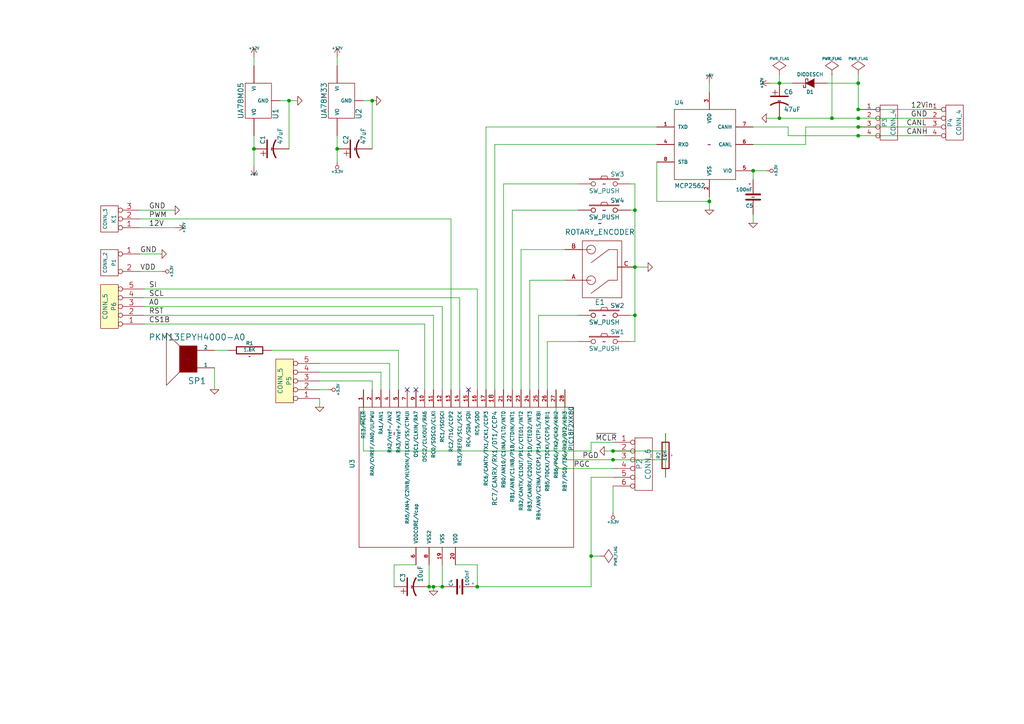
<source format=kicad_sch>
(kicad_sch (version 20211123) (generator eeschema)
  (paper "A4")
  (title_block (title "noname.sch") (date "6 mar 2014"))
  (lib_symbols
    (symbol "control-main-rescue:+12V" (power) (pin_names (offset 0))
      (property "Value" "+12V" (at 0 3.556 0))
      (symbol "+12V_0_1"
        (polyline (pts (xy -0.762 1.27) (xy 0 2.54)))
        (polyline (pts (xy 0 0) (xy 0 2.54)))
        (polyline (pts (xy 0 2.54) (xy 0.762 1.27)))
      )
      (symbol "+12V_1_1"
        (pin power_in line (at 0 0 90) (length 0) hide (name "+12V") (number "1"))
      )
    )
    (symbol "control-main-rescue:+3.3V-RESCUE-control-main" (power) (pin_names (offset 0))
      (property "Value" "+3.3V-RESCUE-control-main" (at 0 2.794 0))
      (symbol "+3.3V-RESCUE-control-main_0_0"
        (pin power_in line (at 0 0 90) (length 0) hide (name "+3.3V") (number "1"))
      )
      (symbol "+3.3V-RESCUE-control-main_0_1"
        (polyline (pts (xy 0 0) (xy 0 1.016) (xy 0 1.016)))
        (circle (center 0 1.524) (radius 0.508))
      )
    )
    (symbol "control-main-rescue:+5V" (power) (pin_names (offset 0))
      (property "Value" "+5V" (at 0 3.556 0))
      (symbol "+5V_0_1"
        (polyline (pts (xy -0.762 1.27) (xy 0 2.54)))
        (polyline (pts (xy 0 0) (xy 0 2.54)))
        (polyline (pts (xy 0 2.54) (xy 0.762 1.27)))
      )
      (symbol "+5V_1_1"
        (pin power_in line (at 0 0 90) (length 0) hide (name "+5V") (number "1"))
      )
    )
    (symbol "control-main-rescue:C-RESCUE-control-main" (pin_numbers hide) (pin_names (offset 0.254))
      (property "Reference" "C" (at 0 2.54 0))
      (property "Value" "C-RESCUE-control-main" (at 0.1524 -2.159 0))
      (symbol "C-RESCUE-control-main_0_1"
        (polyline (pts (xy -2.032 -0.762) (xy 2.032 -0.762)) (stroke (width 0.508)))
        (polyline (pts (xy -2.032 0.762) (xy 2.032 0.762)) (stroke (width 0.508)))
      )
      (symbol "C-RESCUE-control-main_1_1"
        (pin passive line (at 0 5.08 270) (length 4.318) (name "~") (number "1"))
        (pin passive line (at 0 -5.08 90) (length 4.318) (name "~") (number "2"))
      )
    )
    (symbol "control-main-rescue:CONN_2" (pin_names (offset 1.016) hide)
      (property "Reference" "P" (at -1.27 0 90))
      (property "Value" "CONN_2" (at 1.27 0 90))
      (symbol "CONN_2_0_1"
        (rectangle (start -2.54 3.81) (end 2.54 -3.81))
      )
      (symbol "CONN_2_1_1"
        (pin passive inverted (at -8.89 2.54 0) (length 6.35) (name "P1") (number "1"))
        (pin passive inverted (at -8.89 -2.54 0) (length 6.35) (name "PM") (number "2"))
      )
    )
    (symbol "control-main-rescue:CONN_3" (pin_names (offset 1.016) hide)
      (property "Reference" "K" (at -1.27 0 90))
      (property "Value" "CONN_3" (at 1.27 0 90))
      (symbol "CONN_3_0_1"
        (rectangle (start -2.54 3.81) (end 2.54 -3.81))
      )
      (symbol "CONN_3_1_1"
        (pin passive inverted (at -8.89 2.54 0) (length 6.35) (name "P1") (number "1"))
        (pin passive inverted (at -8.89 0 0) (length 6.35) (name "PM") (number "2"))
        (pin passive inverted (at -8.89 -2.54 0) (length 6.35) (name "P3") (number "3"))
      )
    )
    (symbol "control-main-rescue:CONN_4" (pin_names (offset 1.016) hide)
      (property "Reference" "P" (at -1.27 0 90))
      (property "Value" "CONN_4" (at 1.27 0 90))
      (symbol "CONN_4_0_1"
        (rectangle (start -2.54 5.08) (end 2.54 -5.08))
      )
      (symbol "CONN_4_1_1"
        (pin passive inverted (at -8.89 3.81 0) (length 6.35) (name "P1") (number "1"))
        (pin passive inverted (at -8.89 1.27 0) (length 6.35) (name "P2") (number "2"))
        (pin passive inverted (at -8.89 -1.27 0) (length 6.35) (name "P3") (number "3"))
        (pin passive inverted (at -8.89 -3.81 0) (length 6.35) (name "P4") (number "4"))
      )
    )
    (symbol "control-main-rescue:CONN_5" (pin_names (offset 1.016))
      (property "Reference" "P" (at -1.27 0 90))
      (property "Value" "CONN_5" (at 1.27 0 90))
      (symbol "CONN_5_0_1"
        (rectangle (start -2.54 6.35) (end 2.54 -6.35) (fill (type background)))
      )
      (symbol "CONN_5_1_1"
        (pin passive inverted (at -10.16 5.08 0) (length 7.62) (name "~") (number "1"))
        (pin passive inverted (at -10.16 2.54 0) (length 7.62) (name "~") (number "2"))
        (pin passive inverted (at -10.16 0 0) (length 7.62) (name "~") (number "3"))
        (pin passive inverted (at -10.16 -2.54 0) (length 7.62) (name "~") (number "4"))
        (pin passive inverted (at -10.16 -5.08 0) (length 7.62) (name "~") (number "5"))
      )
    )
    (symbol "control-main-rescue:CONN_6" (pin_names (offset 0.762) hide)
      (property "Reference" "P" (at -1.27 0 90))
      (property "Value" "CONN_6" (at 1.27 0 90))
      (symbol "CONN_6_0_1"
        (rectangle (start -2.54 7.62) (end 2.54 -7.62))
      )
      (symbol "CONN_6_1_1"
        (pin passive inverted (at -8.89 6.35 0) (length 6.35) (name "1") (number "1"))
        (pin passive inverted (at -8.89 3.81 0) (length 6.35) (name "2") (number "2"))
        (pin passive inverted (at -8.89 1.27 0) (length 6.35) (name "3") (number "3"))
        (pin passive inverted (at -8.89 -1.27 0) (length 6.35) (name "4") (number "4"))
        (pin passive inverted (at -8.89 -3.81 0) (length 6.35) (name "5") (number "5"))
        (pin passive inverted (at -8.89 -6.35 0) (length 6.35) (name "6") (number "6"))
      )
    )
    (symbol "control-main-rescue:CP1-RESCUE-control-main" (pin_numbers hide) (pin_names (offset 0.254) hide)
      (property "Reference" "C" (at 1.27 2.54 0))
      (property "Value" "CP1-RESCUE-control-main" (at 1.27 -2.54 0))
      (symbol "CP1-RESCUE-control-main_0_0"
        (text "+" (at -1.27 2.54 0) (effects (font (size 2.032 2.032))))
      )
      (symbol "CP1-RESCUE-control-main_0_1"
        (polyline (pts (xy -2.54 1.27) (xy 2.54 1.27) (xy 1.27 1.27) (xy 1.27 1.27)) (stroke (width 0.381)))
        (arc (start 2.54 -1.27) (mid 0 -0.5009) (end -2.54 -1.27) (stroke (width 0.381)))
      )
      (symbol "CP1-RESCUE-control-main_1_1"
        (pin passive line (at 0 5.08 270) (length 3.81) (name "~") (number "1"))
        (pin passive line (at 0 -5.08 90) (length 4.572) (name "~") (number "2"))
      )
    )
    (symbol "control-main-rescue:DIODESCH" (pin_numbers hide) (pin_names (offset 1.016) hide)
      (property "Reference" "D" (at 0 2.54 0))
      (property "Value" "DIODESCH" (at 0 -2.54 0))
      (symbol "DIODESCH_0_1"
        (polyline (pts (xy -1.27 1.27) (xy 1.27 0) (xy -1.27 -1.27)) (fill (type outline)))
        (polyline (pts (xy 1.905 0.635) (xy 1.905 1.27) (xy 1.27 1.27) (xy 1.27 -1.27) (xy 0.635 -1.27) (xy 0.635 -0.635)) (stroke (width 0.2032)))
      )
      (symbol "DIODESCH_1_1"
        (pin passive line (at -5.08 0 0) (length 3.81) (name "A") (number "1"))
        (pin passive line (at 5.08 0 180) (length 3.81) (name "K") (number "2"))
      )
    )
    (symbol "control-main-rescue:GND-RESCUE-control-main" (power) (pin_names (offset 0))
      (symbol "GND-RESCUE-control-main_0_1"
        (polyline (pts (xy -1.27 0) (xy 0 -1.27) (xy 1.27 0) (xy -1.27 0)))
      )
      (symbol "GND-RESCUE-control-main_1_1"
        (pin power_in line (at 0 0 90) (length 0) hide (name "GND") (number "1"))
      )
    )
    (symbol "control-main-rescue:PWR_FLAG" (power) (pin_numbers hide) (pin_names (offset 0) hide)
      (property "Value" "PWR_FLAG" (at 0 4.572 0))
      (symbol "PWR_FLAG_0_0"
        (pin power_out line (at 0 0 90) (length 0) (name "pwr") (number "1"))
      )
      (symbol "PWR_FLAG_0_1"
        (polyline (pts (xy 0 0) (xy 0 1.27) (xy -1.905 2.54) (xy 0 3.81) (xy 1.905 2.54) (xy 0 1.27)))
      )
    )
    (symbol "control-main-rescue:R-RESCUE-control-main" (pin_numbers hide) (pin_names (offset 0))
      (property "Reference" "R" (at 2.032 0 90))
      (property "Value" "R-RESCUE-control-main" (at 0.1778 0.0254 90))
      (symbol "R-RESCUE-control-main_0_1"
        (rectangle (start -1.016 3.81) (end 1.016 -3.81) (stroke (width 0.3048)))
      )
      (symbol "R-RESCUE-control-main_1_1"
        (pin passive line (at 0 6.35 270) (length 2.54) (name "~") (number "1"))
        (pin passive line (at 0 -6.35 90) (length 2.54) (name "~") (number "2"))
      )
    )
    (symbol "control-main-rescue:ROTARY_ENCODER-RESCUE-control-main" (pin_names (offset 1.016) hide)
      (property "Reference" "E" (at 0 22.86 0))
      (property "Value" "ROTARY_ENCODER-RESCUE-control-main" (at 0 2.54 0))
      (symbol "ROTARY_ENCODER-RESCUE-control-main_0_1"
        (polyline (pts (xy 2.54 11.43) (xy -2.54 7.62)))
        (polyline (pts (xy 2.54 20.32) (xy -2.54 16.51)))
        (polyline (pts (xy 5.08 7.62) (xy 2.54 7.62)))
        (polyline (pts (xy 5.08 16.51) (xy 2.54 16.51)))
        (polyline (pts (xy -2.54 16.51) (xy -5.08 16.51) (xy -5.08 7.62) (xy -2.54 7.62)))
        (polyline (pts (xy 5.08 21.59) (xy -6.35 21.59) (xy -6.35 5.08) (xy 5.08 5.08) (xy 5.08 21.59)))
        (circle (center 2.54 7.62) (radius 1.27))
        (circle (center 2.54 16.51) (radius 1.27))
      )
      (symbol "ROTARY_ENCODER-RESCUE-control-main_1_1"
        (pin passive line (at 10.16 16.51 180) (length 5.08) (name "A") (number "A"))
        (pin passive line (at 10.16 7.62 180) (length 5.08) (name "B") (number "B"))
        (pin passive line (at -10.16 12.7 0) (length 5.08) (name "C") (number "C"))
      )
    )
    (symbol "control-main-rescue:SPEAKER" (pin_numbers hide) (pin_names (offset 0))
      (property "Reference" "SP" (at -2.54 6.35 0))
      (property "Value" "SPEAKER" (at -2.54 -6.35 0))
      (symbol "SPEAKER_0_0"
        (polyline (pts (xy 2.54 3.81) (xy 6.35 7.62) (xy 6.35 -7.62) (xy 2.54 -3.81)))
        (polyline (pts (xy -2.54 3.81) (xy 2.54 3.81) (xy 2.54 -3.81) (xy -2.54 -3.81) (xy -2.54 3.81)) (fill (type outline)))
      )
      (symbol "SPEAKER_1_1"
        (pin input line (at -7.62 2.54 0) (length 5.08) (name "1") (number "1"))
        (pin input line (at -7.62 -2.54 0) (length 5.08) (name "2") (number "2"))
      )
    )
    (symbol "control-main-rescue:SW_PUSH" (pin_numbers hide) (pin_names (offset 1.016) hide)
      (property "Reference" "SW" (at 3.81 2.794 0))
      (property "Value" "SW_PUSH" (at 0 -2.032 0))
      (symbol "SW_PUSH_0_1"
        (rectangle (start -4.318 1.27) (end 4.318 1.524))
        (polyline (pts (xy -1.016 1.524) (xy -0.762 2.286) (xy 0.762 2.286) (xy 1.016 1.524)))
        (pin passive inverted (at -7.62 0 0) (length 5.08) (name "1") (number "1"))
        (pin passive inverted (at 7.62 0 180) (length 5.08) (name "2") (number "2"))
      )
    )
    (symbol "control-main-rescue:uA78M05" (pin_numbers hide) (pin_names (offset 0.762))
      (property "Reference" "U" (at 3.81 -4.9784 0))
      (property "Value" "uA78M05" (at 0 5.08 0))
      (symbol "uA78M05_0_1"
        (rectangle (start -5.08 -3.81) (end 5.08 3.81))
      )
      (symbol "uA78M05_1_1"
        (pin power_in line (at -10.16 1.27 0) (length 5.08) (name "VI") (number "1"))
        (pin power_in line (at 0 -6.35 90) (length 2.54) (name "GND") (number "2"))
        (pin power_out line (at 10.16 1.27 180) (length 5.08) (name "VO") (number "3"))
      )
    )
    (symbol "control-main-rescue:uA78M33" (pin_numbers hide) (pin_names (offset 0.762))
      (property "Reference" "U" (at 3.81 -4.9784 0))
      (property "Value" "uA78M33" (at 0 5.08 0))
      (symbol "uA78M33_0_1"
        (rectangle (start -5.08 -3.81) (end 5.08 3.81))
      )
      (symbol "uA78M33_1_1"
        (pin power_in line (at -10.16 1.27 0) (length 5.08) (name "VI") (number "1"))
        (pin power_in line (at 0 -6.35 90) (length 2.54) (name "GND") (number "2"))
        (pin power_out line (at 10.16 1.27 180) (length 5.08) (name "VO") (number "3"))
      )
    )
    (symbol "microchip-local:MCP2562" (pin_names (offset 1.016))
      (property "Reference" "U" (at -10.16 11.43 0))
      (property "Value" "MCP2562" (at -10.16 -12.7 0))
      (symbol "MCP2562_1_0"
        (polyline (pts (xy -10.16 -10.16) (xy 7.62 -10.16)))
        (polyline (pts (xy -10.16 10.16) (xy -10.16 -10.16)))
        (polyline (pts (xy 7.62 -10.16) (xy 7.62 10.16)))
        (polyline (pts (xy 7.62 10.16) (xy -10.16 10.16)))
      )
      (symbol "MCP2562_1_1"
        (pin input line (at -15.24 5.08 0) (length 5.08) (name "TXD") (number "1"))
        (pin power_in line (at 0 -15.24 90) (length 5.08) (name "VSS") (number "2"))
        (pin power_in line (at 0 15.24 270) (length 5.08) (name "VDD") (number "3"))
        (pin output line (at -15.24 0 0) (length 5.08) (name "RXD") (number "4"))
        (pin power_in line (at 12.7 -7.62 180) (length 5.08) (name "VIO") (number "5"))
        (pin bidirectional line (at 12.7 0 180) (length 5.08) (name "CANL") (number "6"))
        (pin bidirectional line (at 12.7 5.08 180) (length 5.08) (name "CANH") (number "7"))
        (pin input line (at -15.24 -5.08 0) (length 5.08) (name "STB") (number "8"))
      )
    )
    (symbol "microchip-local:PIC18F2xK80" (pin_names (offset 1.016))
      (property "Reference" "U" (at 2.54 33.02 0))
      (property "Value" "PIC18F2xK80" (at 7.62 -33.02 0))
      (symbol "PIC18F2xK80_1_0"
        (polyline (pts (xy -20.32 -30.48) (xy 20.32 -30.48)))
        (polyline (pts (xy -20.32 31.75) (xy -20.32 -30.48)))
        (polyline (pts (xy 20.32 -30.48) (xy 20.32 31.75)))
        (polyline (pts (xy 20.32 31.75) (xy -20.32 31.75)))
      )
      (symbol "PIC18F2xK80_1_1"
        (pin input line (at 25.4 30.48 180) (length 5.08) (name "RE3/~{MCLR}") (number "1"))
        (pin bidirectional line (at 25.4 12.7 180) (length 5.08) (name "OSC2/CLKOUT/RA6") (number "10"))
        (pin bidirectional line (at 25.4 10.16 180) (length 5.08) (name "RC0/SOSCO/CLKI") (number "11"))
        (pin bidirectional line (at 25.4 7.62 180) (length 5.08) (name "RC1/ISOSCI") (number "12"))
        (pin bidirectional line (at 25.4 5.08 180) (length 5.08) (name "RC2/T1G/CCP2") (number "13"))
        (pin bidirectional line (at 25.4 2.54 180) (length 5.08) (name "RC3/REFO/SCL/SCK") (number "14"))
        (pin bidirectional line (at 25.4 0 180) (length 5.08) (name "RC4/SDA/SDI") (number "15"))
        (pin bidirectional line (at 25.4 -2.54 180) (length 5.08) (name "RC5/SDO") (number "16"))
        (pin bidirectional line (at 25.4 -5.08 180) (length 5.08) (name "RC6/CANTX/TX1/CK1/CCP3") (number "17"))
        (pin input line (at 25.4 -7.62 180) (length 5.08) (name "RC7/CANRX/RX1/DT1/CCP4") (number "18"))
        (pin power_in line (at -25.4 7.62 0) (length 5.08) (name "VSS") (number "19"))
        (pin bidirectional line (at 25.4 27.94 180) (length 5.08) (name "RA0/CVREF/AN0/ULPWU") (number "2"))
        (pin power_in line (at -25.4 3.81 0) (length 5.08) (name "VDD") (number "20"))
        (pin bidirectional line (at 25.4 -10.16 180) (length 5.08) (name "RB0/AN10/C1INA/FLT0/INT0") (number "21"))
        (pin bidirectional line (at 25.4 -12.7 180) (length 5.08) (name "RB1/AN8/C1INB/P1B/CTDIN/INT1") (number "22"))
        (pin bidirectional line (at 25.4 -15.24 180) (length 5.08) (name "RB2/CANTX/C1OUT/P1C/CTED1/INT2") (number "23"))
        (pin bidirectional line (at 25.4 -17.78 180) (length 5.08) (name "RB3/CANRX/C2OUT/P1D/CTED2/INT3") (number "24"))
        (pin bidirectional line (at 25.4 -20.32 180) (length 5.08) (name "RB4/AN9/C2INA/ECCP1/P1A/CTPLS/KBI") (number "25"))
        (pin bidirectional line (at 25.4 -22.86 180) (length 5.08) (name "RB5/T0CKI/T3CKI/CCP5/KBI1") (number "26"))
        (pin bidirectional line (at 25.4 -25.4 180) (length 5.08) (name "RB6/PGC/TX2/CK2/KBI2") (number "27"))
        (pin bidirectional line (at 25.4 -27.94 180) (length 5.08) (name "RB7/PGD/T3G/RX2/DT2/KBI3") (number "28"))
        (pin bidirectional line (at 25.4 25.4 180) (length 5.08) (name "RA1/AN1") (number "3"))
        (pin bidirectional line (at 25.4 22.86 180) (length 5.08) (name "RA2/Vref-/AN2") (number "4"))
        (pin bidirectional line (at 25.4 20.32 180) (length 5.08) (name "RA3/Vref+/AN3") (number "5"))
        (pin bidirectional line (at -25.4 15.24 0) (length 5.08) (name "VDDCORE/Vcap") (number "6"))
        (pin bidirectional line (at 25.4 17.78 180) (length 5.08) (name "RA5/AN4/C2INB/HLVDIN/T1CKI/SS/CTMUI") (number "7"))
        (pin power_in line (at -25.4 11.43 0) (length 5.08) (name "VSS2") (number "8"))
        (pin bidirectional line (at 25.4 15.24 180) (length 5.08) (name "OSC1/CLKIN/RA7") (number "9"))
      )
    )
  )
  (junction (at 218.44 49.53))
  (junction (at 171.45 161.29))
  (junction (at 128.27 170.18))
  (junction (at 107.95 29.21))
  (junction (at 205.74 58.42))
  (junction (at 248.92 36.83))
  (junction (at 248.92 31.75))
  (junction (at 97.79 43.18))
  (junction (at 184.15 77.47))
  (junction (at 226.06 34.29))
  (junction (at 184.15 91.44))
  (junction (at 226.06 24.13))
  (junction (at 83.82 29.21))
  (junction (at 184.15 60.96))
  (junction (at 177.8 130.81))
  (junction (at 248.92 34.29))
  (junction (at 124.46 170.18))
  (junction (at 248.92 39.37))
  (junction (at 177.8 133.35))
  (junction (at 241.3 34.29))
  (junction (at 248.92 24.13))
  (junction (at 125.73 170.18))
  (junction (at 73.66 43.18))
  (junction (at 138.43 170.18))
  (no_connect (at 118.11 113.03))
  (no_connect (at 135.89 113.03))
  (no_connect (at 120.65 113.03))
  (wire (pts (xy 218.44 36.83) (xy 228.6 36.83)))
  (wire (pts (xy 158.75 99.06) (xy 158.75 113.03)))
  (wire (pts (xy 190.5 46.99) (xy 190.5 58.42)))
  (wire (pts (xy 184.15 77.47) (xy 184.15 91.44)))
  (wire (pts (xy 148.59 60.96) (xy 167.64 60.96)))
  (wire (pts (xy 205.74 24.13) (xy 205.74 26.67)))
  (wire (pts (xy 146.05 113.03) (xy 146.05 53.34)))
  (wire (pts (xy 248.92 24.13) (xy 248.92 31.75)))
  (wire (pts (xy 233.68 36.83) (xy 248.92 36.83)))
  (wire (pts (xy 171.45 130.81) (xy 171.45 128.27)))
  (wire (pts (xy 171.45 128.27) (xy 177.8 128.27)))
  (wire (pts (xy 233.68 36.83) (xy 233.68 41.91)))
  (wire (pts (xy 182.88 53.34) (xy 184.15 53.34)))
  (wire (pts (xy 40.64 73.66) (xy 46.99 73.66)))
  (wire (pts (xy 248.92 34.29) (xy 267.97 34.29)))
  (wire (pts (xy 248.92 21.59) (xy 248.92 24.13)))
  (wire (pts (xy 132.08 163.83) (xy 138.43 163.83)))
  (wire (pts (xy 193.04 133.35) (xy 193.04 138.43)))
  (wire (pts (xy 128.27 170.18) (xy 128.27 163.83)))
  (wire (pts (xy 177.8 130.81) (xy 193.04 130.81)))
  (wire (pts (xy 115.57 101.6) (xy 115.57 113.03)))
  (wire (pts (xy 40.64 60.96) (xy 50.8 60.96)))
  (wire (pts (xy 218.44 49.53) (xy 218.44 52.07)))
  (wire (pts (xy 146.05 53.34) (xy 167.64 53.34)))
  (wire (pts (xy 241.3 21.59) (xy 241.3 34.29)))
  (wire (pts (xy 171.45 138.43) (xy 171.45 161.29)))
  (wire (pts (xy 81.28 29.21) (xy 83.82 29.21)))
  (wire (pts (xy 138.43 83.82) (xy 138.43 113.03)))
  (wire (pts (xy 41.91 83.82) (xy 138.43 83.82)))
  (wire (pts (xy 83.82 43.18) (xy 83.82 29.21)))
  (wire (pts (xy 205.74 57.15) (xy 205.74 58.42)))
  (wire (pts (xy 107.95 43.18) (xy 107.95 29.21)))
  (wire (pts (xy 184.15 53.34) (xy 184.15 60.96)))
  (wire (pts (xy 140.97 36.83) (xy 140.97 113.03)))
  (wire (pts (xy 167.64 91.44) (xy 156.21 91.44)))
  (wire (pts (xy 41.91 88.9) (xy 128.27 88.9)))
  (wire (pts (xy 228.6 39.37) (xy 248.92 39.37)))
  (wire (pts (xy 171.45 130.81) (xy 105.41 130.81)))
  (wire (pts (xy 107.95 29.21) (xy 109.22 29.21)))
  (wire (pts (xy 125.73 170.18) (xy 128.27 170.18)))
  (wire (pts (xy 248.92 24.13) (xy 240.03 24.13)))
  (wire (pts (xy 171.45 161.29) (xy 171.45 170.18)))
  (wire (pts (xy 97.79 39.37) (xy 97.79 43.18)))
  (wire (pts (xy 128.27 88.9) (xy 128.27 113.03)))
  (wire (pts (xy 125.73 91.44) (xy 125.73 113.03)))
  (wire (pts (xy 193.04 130.81) (xy 193.04 125.73)))
  (wire (pts (xy 175.26 130.81) (xy 177.8 130.81)))
  (wire (pts (xy 83.82 29.21) (xy 86.36 29.21)))
  (wire (pts (xy 124.46 170.18) (xy 125.73 170.18)))
  (wire (pts (xy 73.66 39.37) (xy 73.66 43.18)))
  (wire (pts (xy 92.71 115.57) (xy 92.71 118.11)))
  (wire (pts (xy 107.95 110.49) (xy 107.95 113.03)))
  (wire (pts (xy 173.99 161.29) (xy 171.45 161.29)))
  (wire (pts (xy 97.79 19.05) (xy 97.79 16.51)))
  (wire (pts (xy 161.29 113.03) (xy 161.29 135.89)))
  (wire (pts (xy 41.91 91.44) (xy 125.73 91.44)))
  (wire (pts (xy 184.15 99.06) (xy 182.88 99.06)))
  (wire (pts (xy 248.92 39.37) (xy 267.97 39.37)))
  (wire (pts (xy 148.59 113.03) (xy 148.59 60.96)))
  (wire (pts (xy 171.45 138.43) (xy 177.8 138.43)))
  (wire (pts (xy 124.46 170.18) (xy 124.46 163.83)))
  (wire (pts (xy 40.64 63.5) (xy 130.81 63.5)))
  (wire (pts (xy 153.67 81.28) (xy 153.67 113.03)))
  (wire (pts (xy 228.6 36.83) (xy 228.6 39.37)))
  (wire (pts (xy 62.23 101.6) (xy 66.04 101.6)))
  (wire (pts (xy 151.13 72.39) (xy 151.13 113.03)))
  (wire (pts (xy 177.8 133.35) (xy 193.04 133.35)))
  (wire (pts (xy 40.64 66.04) (xy 50.8 66.04)))
  (wire (pts (xy 138.43 170.18) (xy 138.43 163.83)))
  (wire (pts (xy 113.03 105.41) (xy 113.03 113.03)))
  (wire (pts (xy 171.45 170.18) (xy 138.43 170.18)))
  (wire (pts (xy 123.19 93.98) (xy 123.19 113.03)))
  (wire (pts (xy 133.35 86.36) (xy 133.35 113.03)))
  (wire (pts (xy 184.15 77.47) (xy 187.96 77.47)))
  (wire (pts (xy 143.51 41.91) (xy 190.5 41.91)))
  (wire (pts (xy 184.15 60.96) (xy 182.88 60.96)))
  (wire (pts (xy 182.88 91.44) (xy 184.15 91.44)))
  (wire (pts (xy 248.92 31.75) (xy 267.97 31.75)))
  (wire (pts (xy 73.66 16.51) (xy 73.66 19.05)))
  (wire (pts (xy 241.3 34.29) (xy 248.92 34.29)))
  (wire (pts (xy 125.73 170.18) (xy 125.73 171.45)))
  (wire (pts (xy 223.52 24.13) (xy 226.06 24.13)))
  (wire (pts (xy 92.71 107.95) (xy 110.49 107.95)))
  (wire (pts (xy 163.83 133.35) (xy 177.8 133.35)))
  (wire (pts (xy 205.74 58.42) (xy 205.74 60.96)))
  (wire (pts (xy 95.25 113.03) (xy 92.71 113.03)))
  (wire (pts (xy 41.91 86.36) (xy 133.35 86.36)))
  (wire (pts (xy 226.06 24.13) (xy 229.87 24.13)))
  (wire (pts (xy 163.83 72.39) (xy 151.13 72.39)))
  (wire (pts (xy 190.5 58.42) (xy 205.74 58.42)))
  (wire (pts (xy 92.71 105.41) (xy 113.03 105.41)))
  (wire (pts (xy 167.64 99.06) (xy 158.75 99.06)))
  (wire (pts (xy 130.81 63.5) (xy 130.81 113.03)))
  (wire (pts (xy 177.8 140.97) (xy 177.8 148.59)))
  (wire (pts (xy 41.91 93.98) (xy 123.19 93.98)))
  (wire (pts (xy 163.83 113.03) (xy 163.83 133.35)))
  (wire (pts (xy 184.15 91.44) (xy 184.15 99.06)))
  (wire (pts (xy 161.29 135.89) (xy 177.8 135.89)))
  (wire (pts (xy 97.79 43.18) (xy 97.79 46.99)))
  (wire (pts (xy 218.44 62.23) (xy 218.44 64.77)))
  (wire (pts (xy 233.68 41.91) (xy 218.44 41.91)))
  (wire (pts (xy 110.49 107.95) (xy 110.49 113.03)))
  (wire (pts (xy 226.06 34.29) (xy 241.3 34.29)))
  (wire (pts (xy 105.41 130.81) (xy 105.41 113.03)))
  (wire (pts (xy 184.15 60.96) (xy 184.15 77.47)))
  (wire (pts (xy 222.25 34.29) (xy 226.06 34.29)))
  (wire (pts (xy 163.83 81.28) (xy 153.67 81.28)))
  (wire (pts (xy 73.66 43.18) (xy 73.66 48.26)))
  (wire (pts (xy 114.3 163.83) (xy 114.3 170.18)))
  (wire (pts (xy 226.06 24.13) (xy 226.06 21.59)))
  (wire (pts (xy 218.44 49.53) (xy 222.25 49.53)))
  (wire (pts (xy 114.3 163.83) (xy 120.65 163.83)))
  (wire (pts (xy 62.23 106.68) (xy 62.23 113.03)))
  (wire (pts (xy 156.21 91.44) (xy 156.21 113.03)))
  (wire (pts (xy 78.74 101.6) (xy 115.57 101.6)))
  (wire (pts (xy 92.71 110.49) (xy 107.95 110.49)))
  (wire (pts (xy 140.97 36.83) (xy 190.5 36.83)))
  (wire (pts (xy 105.41 29.21) (xy 107.95 29.21)))
  (wire (pts (xy 248.92 36.83) (xy 267.97 36.83)))
  (wire (pts (xy 143.51 41.91) (xy 143.51 113.03)))
  (wire (pts (xy 40.64 78.74) (xy 46.99 78.74)))
  (label "CANH" (at 262.89 39.37 0) (effects (font (size 1.524 1.524))))
  (label "A0" (at 43.18 88.9 0) (effects (font (size 1.524 1.524))))
  (label "PGD" (at 168.91 133.35 0) (effects (font (size 1.524 1.524))))
  (label "CANL" (at 262.89 36.83 0) (effects (font (size 1.524 1.524))))
  (label "CS1B" (at 43.18 93.98 0) (effects (font (size 1.524 1.524))))
  (label "PWM" (at 43.18 63.5 0) (effects (font (size 1.524 1.524))))
  (label "SCL" (at 43.18 86.36 0) (effects (font (size 1.524 1.524))))
  (label "RST" (at 43.18 91.44 0) (effects (font (size 1.524 1.524))))
  (label "VDD" (at 40.64 78.74 0) (effects (font (size 1.524 1.524))))
  (label "~{MCLR}" (at 172.72 128.27 0) (effects (font (size 1.524 1.524))))
  (label "GND" (at 40.64 73.66 0) (effects (font (size 1.524 1.524))))
  (label "12Vin" (at 264.16 31.75 0) (effects (font (size 1.524 1.524))))
  (label "GND" (at 43.18 60.96 0) (effects (font (size 1.524 1.524))))
  (label "SI" (at 43.18 83.82 0) (effects (font (size 1.524 1.524))))
  (label "PGC" (at 166.37 135.89 0) (effects (font (size 1.524 1.524))))
  (label "12V" (at 43.18 66.04 0) (effects (font (size 1.524 1.524))))
  (label "GND" (at 264.16 34.29 0) (effects (font (size 1.524 1.524))))
  (symbol (lib_id "control-main-rescue:CONN_3") (at 31.75 63.5 180) (unit 1)
    (property "Reference" "K1" (at 33.02 63.5 90))
    (property "Value" "CONN_3" (at 30.48 63.5 90) (effects (font (size 1.016 1.016))))
  )
  (symbol (lib_id "control-main-rescue:GND-RESCUE-control-main") (at 125.73 171.45 0) (unit 1)
    (property "Reference" "#PWR017" (effects hide))
    (property "Value" "GND" (effects hide))
  )
  (symbol (lib_id "control-main-rescue:GND-RESCUE-control-main") (at 86.36 29.21 90) (unit 1)
    (property "Reference" "#PWR08" (effects hide))
    (property "Value" "GND" (effects hide))
  )
  (symbol (lib_id "control-main-rescue:CONN_6") (at 186.69 134.62 0) (unit 1)
    (property "Reference" "P2" (at 185.42 134.62 90) (effects (font (size 1.524 1.524))))
    (property "Value" "CONN_6" (at 187.96 134.62 90) (effects (font (size 1.524 1.524))))
  )
  (symbol (lib_id "control-main-rescue:GND-RESCUE-control-main") (at 187.96 77.47 90) (unit 1)
    (property "Reference" "#PWR023" (effects hide))
    (property "Value" "GND" (effects hide))
  )
  (symbol (lib_id "control-main-rescue:+3.3V-RESCUE-control-main") (at 222.25 49.53 270) (unit 1)
    (property "Reference" "#PWR015" (effects hide))
    (property "Value" "+3.3V" (at 225.044 49.53 0) (effects (font (size 0.762 0.762))))
  )
  (symbol (lib_id "control-main-rescue:GND-RESCUE-control-main") (at 205.74 60.96 0) (unit 1)
    (property "Reference" "#PWR018" (effects hide))
    (property "Value" "GND" (effects hide))
  )
  (symbol (lib_id "control-main-rescue:CONN_4") (at 276.86 35.56 0) (unit 1)
    (property "Reference" "P4" (at 275.59 35.56 90))
    (property "Value" "CONN_4" (at 278.13 35.56 90))
  )
  (symbol (lib_id "control-main-rescue:CONN_5") (at 82.55 110.49 180) (unit 1)
    (property "Reference" "P5" (at 83.82 110.49 90))
    (property "Value" "CONN_5" (at 81.28 110.49 90))
  )
  (symbol (lib_id "control-main-rescue:+5V") (at 73.66 48.26 180) (unit 1)
    (property "Reference" "#PWR013" (effects hide))
    (property "Value" "+5V" (at 73.66 50.546 0) (effects (font (size 0.762 0.762))))
  )
  (symbol (lib_id "control-main-rescue:+3.3V-RESCUE-control-main") (at 46.99 78.74 270) (unit 1)
    (property "Reference" "#PWR016" (effects hide))
    (property "Value" "+3.3V" (at 49.784 78.74 0) (effects (font (size 0.762 0.762))))
  )
  (symbol (lib_id "control-main-rescue:CP1-RESCUE-control-main") (at 102.87 43.18 90) (unit 1)
    (property "Reference" "C2" (at 100.33 41.91 0) (effects (justify left)))
    (property "Value" "47uF" (at 105.41 41.91 0) (effects (justify left)))
    (property "Footprint" "~" (at 102.87 43.18 0) (effects (font (size 1.524 1.524))))
    (property "Datasheet" "~" (at 102.87 43.18 0) (effects (font (size 1.524 1.524))))
  )
  (symbol (lib_id "control-main-rescue:CONN_5") (at 31.75 88.9 180) (unit 1)
    (property "Reference" "P6" (at 33.02 88.9 90))
    (property "Value" "CONN_5" (at 30.48 88.9 90))
  )
  (symbol (lib_id "control-main-rescue:+12V") (at 223.52 24.13 90) (unit 1)
    (property "Reference" "#PWR07" (effects hide))
    (property "Value" "+12V" (at 220.98 24.13 0) (effects (font (size 0.762 0.762))))
  )
  (symbol (lib_id "control-main-rescue:CP1-RESCUE-control-main") (at 78.74 43.18 90) (unit 1)
    (property "Reference" "C1" (at 76.2 41.91 0) (effects (justify left)))
    (property "Value" "47uF" (at 81.28 41.91 0) (effects (justify left)))
    (property "Footprint" "~" (at 78.74 43.18 0) (effects (font (size 1.524 1.524))))
    (property "Datasheet" "~" (at 78.74 43.18 0) (effects (font (size 1.524 1.524))))
  )
  (symbol (lib_id "control-main-rescue:GND-RESCUE-control-main") (at 175.26 130.81 270) (unit 1)
    (property "Reference" "#PWR021" (effects hide))
    (property "Value" "GND" (effects hide))
  )
  (symbol (lib_id "control-main-rescue:GND-RESCUE-control-main") (at 218.44 64.77 0) (unit 1)
    (property "Reference" "#PWR020" (effects hide))
    (property "Value" "GND" (effects hide))
  )
  (symbol (lib_id "control-main-rescue:GND-RESCUE-control-main") (at 62.23 113.03 0) (unit 1)
    (property "Reference" "#PWR024" (effects hide))
    (property "Value" "GND" (effects hide))
  )
  (symbol (lib_id "control-main-rescue:GND-RESCUE-control-main") (at 92.71 118.11 0) (unit 1)
    (property "Reference" "#PWR025" (effects hide))
    (property "Value" "GND" (effects hide))
  )
  (symbol (lib_id "control-main-rescue:+12V") (at 97.79 16.51 0) (unit 1)
    (property "Reference" "#PWR011" (effects hide))
    (property "Value" "+12V" (at 97.79 13.97 0) (effects (font (size 0.762 0.762))))
  )
  (symbol (lib_id "control-main-rescue:PWR_FLAG") (at 173.99 161.29 270) (unit 1)
    (property "Reference" "#PWR_PIC022" (effects hide))
    (property "Value" "PWR_FLAG" (at 178.562 161.29 0) (effects (font (size 0.762 0.762))))
  )
  (symbol (lib_id "control-main-rescue:PWR_FLAG") (at 241.3 21.59 0) (unit 1)
    (property "Reference" "#GND01" (effects hide))
    (property "Value" "PWR_FLAG" (at 241.3 17.018 0) (effects (font (size 0.762 0.762))))
  )
  (symbol (lib_id "control-main-rescue:GND-RESCUE-control-main") (at 222.25 34.29 270) (unit 1)
    (property "Reference" "#PWR03" (effects hide))
    (property "Value" "GND" (effects hide))
  )
  (symbol (lib_id "control-main-rescue:GND-RESCUE-control-main") (at 46.99 73.66 90) (unit 1)
    (property "Reference" "#PWR05" (effects hide))
    (property "Value" "GND" (effects hide))
  )
  (symbol (lib_id "control-main-rescue:+5V") (at 205.74 24.13 0) (unit 1)
    (property "Reference" "#PWR019" (effects hide))
    (property "Value" "+5V" (at 205.74 21.844 0) (effects (font (size 0.762 0.762))))
  )
  (symbol (lib_id "control-main-rescue:+12V") (at 73.66 16.51 0) (unit 1)
    (property "Reference" "#PWR010" (effects hide))
    (property "Value" "+12V" (at 73.66 13.97 0) (effects (font (size 0.762 0.762))))
  )
  (symbol (lib_id "control-main-rescue:uA78M05") (at 74.93 29.21 90) (mirror x) (unit 1)
    (property "Reference" "U1" (at 79.9084 33.02 0) (effects (font (size 1.524 1.524))))
    (property "Value" "UA78M05" (at 69.85 29.21 0) (effects (font (size 1.524 1.524))))
  )
  (symbol (lib_id "control-main-rescue:SW_PUSH") (at 175.26 53.34 0) (unit 1)
    (property "Reference" "SW3" (at 179.07 50.546 0))
    (property "Value" "SW_PUSH" (at 175.26 55.372 0))
    (property "Footprint" "~" (at 175.26 53.34 0) (effects (font (size 1.524 1.524))))
    (property "Datasheet" "~" (at 175.26 53.34 0) (effects (font (size 1.524 1.524))))
  )
  (symbol (lib_id "control-main-rescue:+3.3V-RESCUE-control-main") (at 97.79 46.99 180) (unit 1)
    (property "Reference" "#PWR012" (effects hide))
    (property "Value" "+3.3V" (at 97.79 49.784 0) (effects (font (size 0.762 0.762))))
  )
  (symbol (lib_id "control-main-rescue:CONN_4") (at 257.81 35.56 0) (unit 1)
    (property "Reference" "P3" (at 256.54 35.56 90))
    (property "Value" "CONN_4" (at 259.08 35.56 90))
  )
  (symbol (lib_id "control-main-rescue:+3.3V-RESCUE-control-main") (at 95.25 113.03 270) (unit 1)
    (property "Reference" "#PWR026" (effects hide))
    (property "Value" "+3.3V" (at 98.044 113.03 0) (effects (font (size 0.762 0.762))))
  )
  (symbol (lib_id "control-main-rescue:ROTARY_ENCODER-RESCUE-control-main") (at 173.99 64.77 180) (unit 1)
    (property "Reference" "E1" (at 173.99 87.63 0) (effects (font (size 1.524 1.524))))
    (property "Value" "ROTARY_ENCODER" (at 173.99 67.31 0) (effects (font (size 1.524 1.524))))
    (property "Footprint" "~" (at 173.99 64.77 0) (effects (font (size 1.524 1.524))))
    (property "Datasheet" "~" (at 173.99 64.77 0) (effects (font (size 1.524 1.524))))
  )
  (symbol (lib_id "microchip-local:PIC18F2xK80") (at 135.89 138.43 90) (unit 1)
    (property "Reference" "U3" (at 102.87 135.89 0) (effects (justify left bottom)))
    (property "Value" "PIC18F2XK80" (at 166.37 130.81 0) (effects (justify left bottom)))
    (property "Datasheet" "~" (at 114.3 125.73 0) (effects (font (size 1.524 1.524))))
  )
  (symbol (lib_id "control-main-rescue:uA78M33") (at 99.06 29.21 90) (mirror x) (unit 1)
    (property "Reference" "U2" (at 104.0384 33.02 0) (effects (font (size 1.524 1.524))))
    (property "Value" "UA78M33" (at 93.98 29.21 0) (effects (font (size 1.524 1.524))))
  )
  (symbol (lib_id "control-main-rescue:+3.3V-RESCUE-control-main") (at 177.8 148.59 180) (unit 1)
    (property "Reference" "#PWR014" (effects hide))
    (property "Value" "+3.3V" (at 177.8 151.384 0) (effects (font (size 0.762 0.762))))
  )
  (symbol (lib_id "control-main-rescue:PWR_FLAG") (at 226.06 21.59 0) (unit 1)
    (property "Reference" "#U027" (effects hide))
    (property "Value" "PWR_FLAG" (at 226.06 17.018 0) (effects (font (size 0.762 0.762))))
  )
  (symbol (lib_id "control-main-rescue:R-RESCUE-control-main") (at 193.04 132.08 180) (unit 1)
    (property "Reference" "R2" (at 191.008 132.08 90) (effects (font (size 1.016 1.016))))
    (property "Value" "10K" (at 192.8622 132.1054 90) (effects (font (size 1.016 1.016))))
    (property "Footprint" "~" (at 194.818 132.08 90) (effects (font (size 0.762 0.762))))
    (property "Datasheet" "~" (at 193.04 132.08 0) (effects (font (size 0.762 0.762))))
  )
  (symbol (lib_id "control-main-rescue:CONN_2") (at 31.75 76.2 0) (mirror y) (unit 1)
    (property "Reference" "P1" (at 33.02 76.2 90) (effects (font (size 1.016 1.016))))
    (property "Value" "CONN_2" (at 30.48 76.2 90) (effects (font (size 1.016 1.016))))
  )
  (symbol (lib_id "control-main-rescue:DIODESCH") (at 234.95 24.13 180) (unit 1)
    (property "Reference" "D1" (at 234.95 26.67 0) (effects (font (size 1.016 1.016))))
    (property "Value" "DIODESCH" (at 234.95 21.59 0) (effects (font (size 1.016 1.016))))
    (property "Footprint" "~" (at 234.95 24.13 0) (effects (font (size 1.524 1.524))))
    (property "Datasheet" "~" (at 234.95 24.13 0) (effects (font (size 1.524 1.524))))
  )
  (symbol (lib_id "control-main-rescue:SW_PUSH") (at 175.26 99.06 0) (unit 1)
    (property "Reference" "SW1" (at 179.07 96.266 0))
    (property "Value" "SW_PUSH" (at 175.26 101.092 0))
    (property "Footprint" "~" (at 175.26 99.06 0) (effects (font (size 1.524 1.524))))
    (property "Datasheet" "~" (at 175.26 99.06 0) (effects (font (size 1.524 1.524))))
  )
  (symbol (lib_id "control-main-rescue:C-RESCUE-control-main") (at 218.44 57.15 180) (unit 1)
    (property "Reference" "C5" (at 218.44 59.69 0) (effects (font (size 1.016 1.016)) (justify left)))
    (property "Value" "100nF" (at 218.2876 54.991 0) (effects (font (size 1.016 1.016)) (justify left)))
    (property "Footprint" "~" (at 217.4748 53.34 0) (effects (font (size 0.762 0.762))))
    (property "Datasheet" "~" (at 218.44 57.15 0) (effects (font (size 1.524 1.524))))
  )
  (symbol (lib_id "control-main-rescue:GND-RESCUE-control-main") (at 50.8 60.96 90) (unit 1)
    (property "Reference" "#PWR04" (effects hide))
    (property "Value" "GND" (effects hide))
  )
  (symbol (lib_id "control-main-rescue:R-RESCUE-control-main") (at 72.39 101.6 90) (unit 1)
    (property "Reference" "R1" (at 72.39 99.568 90) (effects (font (size 1.016 1.016))))
    (property "Value" "1.5K" (at 72.3646 101.4222 90) (effects (font (size 1.016 1.016))))
    (property "Footprint" "~" (at 72.39 103.378 90) (effects (font (size 0.762 0.762))))
    (property "Datasheet" "~" (at 72.39 101.6 0) (effects (font (size 0.762 0.762))))
  )
  (symbol (lib_id "control-main-rescue:+12V") (at 50.8 66.04 270) (unit 1)
    (property "Reference" "#PWR06" (effects hide))
    (property "Value" "+12V" (at 53.34 66.04 0) (effects (font (size 0.762 0.762))))
  )
  (symbol (lib_id "control-main-rescue:CP1-RESCUE-control-main") (at 119.38 170.18 90) (unit 1)
    (property "Reference" "C3" (at 116.84 168.91 0) (effects (justify left)))
    (property "Value" "10uF" (at 121.92 168.91 0) (effects (justify left)))
    (property "Footprint" "~" (at 119.38 170.18 0) (effects (font (size 1.524 1.524))))
    (property "Datasheet" "~" (at 119.38 170.18 0) (effects (font (size 1.524 1.524))))
  )
  (symbol (lib_id "control-main-rescue:SW_PUSH") (at 175.26 91.44 0) (unit 1)
    (property "Reference" "SW2" (at 179.07 88.646 0))
    (property "Value" "SW_PUSH" (at 175.26 93.472 0))
    (property "Footprint" "~" (at 175.26 91.44 0) (effects (font (size 1.524 1.524))))
    (property "Datasheet" "~" (at 175.26 91.44 0) (effects (font (size 1.524 1.524))))
  )
  (symbol (lib_id "microchip-local:MCP2562") (at 205.74 41.91 0) (unit 1)
    (property "Reference" "U4" (at 195.58 30.48 0) (effects (justify left bottom)))
    (property "Value" "MCP2562" (at 195.58 54.61 0) (effects (justify left bottom)))
    (property "Footprint" "MCP2562" (effects hide))
    (property "Datasheet" "~" (at 205.74 41.91 0) (effects (font (size 1.524 1.524))))
  )
  (symbol (lib_id "control-main-rescue:GND-RESCUE-control-main") (at 109.22 29.21 90) (unit 1)
    (property "Reference" "#PWR09" (effects hide))
    (property "Value" "GND" (effects hide))
  )
  (symbol (lib_id "control-main-rescue:SPEAKER") (at 54.61 104.14 180) (unit 1)
    (property "Reference" "SP1" (at 57.15 110.49 0) (effects (font (size 1.778 1.778))))
    (property "Value" "PKM13EPYH4000-A0" (at 57.15 97.79 0) (effects (font (size 1.778 1.778))))
    (property "Footprint" "~" (at 54.61 104.14 0) (effects (font (size 1.524 1.524))))
    (property "Datasheet" "~" (at 54.61 104.14 0) (effects (font (size 1.524 1.524))))
  )
  (symbol (lib_id "control-main-rescue:CP1-RESCUE-control-main") (at 226.06 29.21 0) (unit 1)
    (property "Reference" "C6" (at 227.33 26.67 0) (effects (justify left)))
    (property "Value" "47uF" (at 227.33 31.75 0) (effects (justify left)))
    (property "Footprint" "~" (at 226.06 29.21 0) (effects (font (size 1.524 1.524))))
    (property "Datasheet" "~" (at 226.06 29.21 0) (effects (font (size 1.524 1.524))))
  )
  (symbol (lib_id "control-main-rescue:SW_PUSH") (at 175.26 60.96 0) (unit 1)
    (property "Reference" "SW4" (at 179.07 58.166 0))
    (property "Value" "SW_PUSH" (at 175.26 62.992 0))
    (property "Footprint" "~" (at 175.26 60.96 0) (effects (font (size 1.524 1.524))))
    (property "Datasheet" "~" (at 175.26 60.96 0) (effects (font (size 1.524 1.524))))
  )
  (symbol (lib_id "control-main-rescue:C-RESCUE-control-main") (at 133.35 170.18 90) (unit 1)
    (property "Reference" "C4" (at 130.81 170.18 0) (effects (font (size 1.016 1.016)) (justify left)))
    (property "Value" "100nF" (at 135.509 170.0276 0) (effects (font (size 1.016 1.016)) (justify left)))
    (property "Footprint" "~" (at 137.16 169.2148 0) (effects (font (size 0.762 0.762))))
    (property "Datasheet" "~" (at 133.35 170.18 0) (effects (font (size 1.524 1.524))))
  )
  (symbol (lib_id "control-main-rescue:PWR_FLAG") (at 248.92 21.59 0) (unit 1)
    (property "Reference" "#U02" (effects hide))
    (property "Value" "PWR_FLAG" (at 248.92 17.018 0) (effects (font (size 0.762 0.762))))
  )
)
</source>
